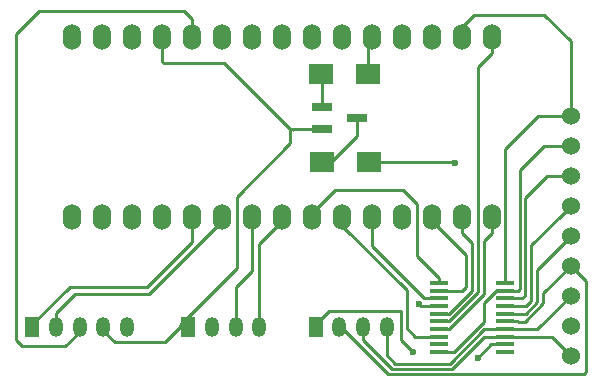
<source format=gtl>
G04 #@! TF.FileFunction,Copper,L1,Top,Signal*
%FSLAX46Y46*%
G04 Gerber Fmt 4.6, Leading zero omitted, Abs format (unit mm)*
G04 Created by KiCad (PCBNEW 0.201602201416+6573~42~ubuntu14.04.1-product) date Di 01 Mär 2016 17:47:30 CET*
%MOMM*%
G01*
G04 APERTURE LIST*
%ADD10C,0.100000*%
%ADD11R,1.198880X1.699260*%
%ADD12O,1.198880X1.699260*%
%ADD13C,1.524000*%
%ADD14O,1.524000X2.199640*%
%ADD15O,1.524000X2.197100*%
%ADD16R,1.600000X0.300000*%
%ADD17R,2.000000X1.700000*%
%ADD18R,1.800860X0.800100*%
%ADD19C,0.600000*%
%ADD20C,0.250000*%
G04 APERTURE END LIST*
D10*
D11*
X156797720Y-88320000D03*
D12*
X160800760Y-88320000D03*
X158799240Y-88320000D03*
X162799740Y-88320000D03*
D13*
X178371500Y-70421500D03*
X178371500Y-72961500D03*
X178371500Y-75501500D03*
X178371500Y-78041500D03*
X178371500Y-80581500D03*
X178371500Y-83121500D03*
X178371500Y-85661500D03*
X178371500Y-88201500D03*
X178371500Y-90741500D03*
D11*
X132796960Y-88320000D03*
D12*
X136800000Y-88320000D03*
X134798480Y-88320000D03*
X138798980Y-88320000D03*
X140800500Y-88320000D03*
D14*
X136144000Y-78994000D03*
X138684000Y-78994000D03*
X141224000Y-78994000D03*
X143764000Y-78994000D03*
X146304000Y-78994000D03*
X148844000Y-78994000D03*
X151384000Y-78994000D03*
X153924000Y-78994000D03*
X156464000Y-78994000D03*
X159004000Y-78994000D03*
X161544000Y-78994000D03*
X164084000Y-78994000D03*
X166624000Y-78994000D03*
X169164000Y-78994000D03*
X171704000Y-78994000D03*
X171704000Y-63754000D03*
X169164000Y-63754000D03*
X166624000Y-63754000D03*
X164084000Y-63754000D03*
D15*
X161544000Y-63754000D03*
X159004000Y-63754000D03*
X156464000Y-63754000D03*
X153924000Y-63754000D03*
X151384000Y-63754000D03*
X148844000Y-63754000D03*
X146304000Y-63754000D03*
X143764000Y-63754000D03*
X141224000Y-63754000D03*
X138684000Y-63754000D03*
X136144000Y-63754000D03*
D11*
X145996960Y-88320000D03*
D12*
X150000000Y-88320000D03*
X147998480Y-88320000D03*
X151998980Y-88320000D03*
D16*
X172853000Y-85228000D03*
X172853000Y-84578000D03*
X172853000Y-85878000D03*
X172853000Y-86528000D03*
X172853000Y-87178000D03*
X172853000Y-87828000D03*
X172853000Y-88478000D03*
X172853000Y-89128000D03*
X167253000Y-90428000D03*
X167253000Y-89778000D03*
X167253000Y-89128000D03*
X167253000Y-88478000D03*
X167253000Y-84578000D03*
X167253000Y-85228000D03*
X167253000Y-85878000D03*
X167253000Y-86528000D03*
X167253000Y-87178000D03*
X167253000Y-87828000D03*
X172853000Y-89778000D03*
X172853000Y-90428000D03*
D17*
X161200000Y-66920000D03*
X157200000Y-66920000D03*
X161300000Y-74320000D03*
X157300000Y-74320000D03*
D18*
X157298860Y-69670000D03*
X157298860Y-71570000D03*
X160301140Y-70620000D03*
D19*
X165564612Y-86363691D03*
X168600000Y-74420000D03*
X170500000Y-90920000D03*
X165000000Y-90420000D03*
D20*
X167253000Y-90428000D02*
X168492000Y-90428000D01*
X168492000Y-90428000D02*
X171000000Y-87920000D01*
X171000000Y-87920000D02*
X171000000Y-86280000D01*
X171000000Y-86280000D02*
X172052000Y-85228000D01*
X172052000Y-85228000D02*
X172853000Y-85228000D01*
X177293870Y-72961500D02*
X178371500Y-72961500D01*
X176085500Y-72961500D02*
X177293870Y-72961500D01*
X173903000Y-85228000D02*
X174047989Y-85083011D01*
X174047989Y-74999011D02*
X176085500Y-72961500D01*
X174047989Y-85083011D02*
X174047989Y-74999011D01*
X172853000Y-85228000D02*
X173903000Y-85228000D01*
X132796960Y-88320000D02*
X132796960Y-88069810D01*
X132796960Y-88069810D02*
X135946770Y-84920000D01*
X146304000Y-81116000D02*
X146304000Y-78994000D01*
X135946770Y-84920000D02*
X142500000Y-84920000D01*
X142500000Y-84920000D02*
X146304000Y-81116000D01*
X134798480Y-88320000D02*
X134798480Y-87121520D01*
X134798480Y-87121520D02*
X136400000Y-85520000D01*
X136400000Y-85520000D02*
X142655820Y-85520000D01*
X142655820Y-85520000D02*
X148844000Y-79331820D01*
X148844000Y-79331820D02*
X148844000Y-78994000D01*
X151998980Y-88320000D02*
X151998980Y-81421020D01*
X152000000Y-81255820D02*
X153924000Y-79331820D01*
X151998980Y-81421020D02*
X152000000Y-81420000D01*
X152000000Y-81420000D02*
X152000000Y-81255820D01*
X153924000Y-79331820D02*
X153924000Y-78994000D01*
X151384000Y-78994000D02*
X151384000Y-83536000D01*
X151384000Y-83536000D02*
X150000000Y-84920000D01*
X150000000Y-84920000D02*
X150000000Y-88320000D01*
X151384000Y-78994000D02*
X151384000Y-79374000D01*
X165400000Y-77920000D02*
X165400000Y-82325000D01*
X164200000Y-76720000D02*
X165400000Y-77920000D01*
X167253000Y-84178000D02*
X167253000Y-84578000D01*
X156464000Y-78994000D02*
X156464000Y-78656180D01*
X156464000Y-78656180D02*
X158400180Y-76720000D01*
X158400180Y-76720000D02*
X164200000Y-76720000D01*
X165400000Y-82325000D02*
X167253000Y-84178000D01*
X156464000Y-79331820D02*
X156464000Y-78994000D01*
X167253000Y-84578000D02*
X166603000Y-84578000D01*
X167253000Y-85878000D02*
X165958000Y-85878000D01*
X165958000Y-85878000D02*
X161544000Y-81464000D01*
X161544000Y-81464000D02*
X161544000Y-78994000D01*
X165728921Y-86528000D02*
X165564612Y-86363691D01*
X167253000Y-86528000D02*
X165728921Y-86528000D01*
X167253000Y-87178000D02*
X168082768Y-87178000D01*
X168082768Y-87178000D02*
X170000000Y-85260768D01*
X169164000Y-80343820D02*
X169164000Y-78994000D01*
X170000000Y-85260768D02*
X170000000Y-81179820D01*
X170000000Y-81179820D02*
X169164000Y-80343820D01*
X167253000Y-88478000D02*
X168055589Y-88478000D01*
X168055589Y-88478000D02*
X171000000Y-85533589D01*
X171000000Y-85533589D02*
X171000000Y-81047820D01*
X171000000Y-81047820D02*
X171704000Y-80343820D01*
X171704000Y-80343820D02*
X171704000Y-78994000D01*
X170510000Y-66297820D02*
X171704000Y-65103820D01*
X168069180Y-87828000D02*
X170510000Y-85387180D01*
X170510000Y-85387180D02*
X170510000Y-66297820D01*
X167253000Y-87828000D02*
X168069180Y-87828000D01*
X171704000Y-65103820D02*
X171704000Y-63754000D01*
X177293870Y-70421500D02*
X178371500Y-70421500D01*
X172853000Y-73209500D02*
X175641000Y-70421500D01*
X175641000Y-70421500D02*
X177293870Y-70421500D01*
X172853000Y-84578000D02*
X172853000Y-73209500D01*
X169164000Y-63754000D02*
X169164000Y-62928500D01*
X169164000Y-62928500D02*
X170180000Y-61912500D01*
X170180000Y-61912500D02*
X176149000Y-61912500D01*
X176149000Y-61912500D02*
X178371500Y-64135000D01*
X178371500Y-64135000D02*
X178371500Y-70421500D01*
X136800000Y-88320000D02*
X136800000Y-88720000D01*
X136800000Y-88720000D02*
X135600000Y-89920000D01*
X135600000Y-89920000D02*
X131900000Y-89920000D01*
X131900000Y-89920000D02*
X131400000Y-89420000D01*
X131400000Y-89420000D02*
X131400000Y-63520000D01*
X131400000Y-63520000D02*
X133400000Y-61520000D01*
X133400000Y-61520000D02*
X145600000Y-61520000D01*
X145600000Y-61520000D02*
X146304000Y-62224000D01*
X146304000Y-62224000D02*
X146304000Y-63754000D01*
X154650000Y-71570000D02*
X149000000Y-65920000D01*
X149000000Y-65920000D02*
X143900000Y-65920000D01*
X143900000Y-65920000D02*
X143764000Y-65784000D01*
X143764000Y-65784000D02*
X143764000Y-63754000D01*
X145297720Y-88320000D02*
X145297720Y-88122280D01*
X145297720Y-88122280D02*
X150100000Y-83320000D01*
X154650000Y-72770000D02*
X154650000Y-71570000D01*
X150100000Y-83320000D02*
X150100000Y-77320000D01*
X150100000Y-77320000D02*
X154650000Y-72770000D01*
X138798980Y-88320000D02*
X138798980Y-88618980D01*
X138798980Y-88618980D02*
X139800000Y-89620000D01*
X139800000Y-89620000D02*
X143997720Y-89620000D01*
X143997720Y-89620000D02*
X145297720Y-88320000D01*
X154650000Y-71570000D02*
X154850000Y-71570000D01*
X154850000Y-71570000D02*
X154900000Y-71620000D01*
X154900000Y-71620000D02*
X154900000Y-71570000D01*
X157298860Y-71570000D02*
X154900000Y-71570000D01*
X154900000Y-71570000D02*
X154650000Y-71570000D01*
X171064821Y-89128000D02*
X171803000Y-89128000D01*
X168322810Y-91870011D02*
X171064821Y-89128000D01*
X160800760Y-89419630D02*
X163251141Y-91870011D01*
X163251141Y-91870011D02*
X168322810Y-91870011D01*
X160800760Y-88320000D02*
X160800760Y-89419630D01*
X171803000Y-89128000D02*
X172853000Y-89128000D01*
X172853000Y-89128000D02*
X176758000Y-89128000D01*
X176758000Y-89128000D02*
X178371500Y-90741500D01*
X158799240Y-88320000D02*
X158900000Y-88320000D01*
X158900000Y-88320000D02*
X162900022Y-92320022D01*
X162900022Y-92320022D02*
X168472800Y-92320022D01*
X168472800Y-92320022D02*
X168472822Y-92320000D01*
X168472822Y-92320000D02*
X179500000Y-92320000D01*
X179500000Y-92320000D02*
X179700000Y-92120000D01*
X179700000Y-92120000D02*
X179700000Y-84450000D01*
X179700000Y-84450000D02*
X179133499Y-83883499D01*
X179133499Y-83883499D02*
X178371500Y-83121500D01*
X176050000Y-85423000D02*
X176070000Y-85423000D01*
X176070000Y-85423000D02*
X178371500Y-83121500D01*
X176060000Y-86310000D02*
X176060000Y-85433000D01*
X176060000Y-85433000D02*
X176050000Y-85423000D01*
X174520000Y-87850000D02*
X176060000Y-86310000D01*
X173925000Y-87850000D02*
X174520000Y-87850000D01*
X172853000Y-87828000D02*
X173903000Y-87828000D01*
X173903000Y-87828000D02*
X173925000Y-87850000D01*
X171803000Y-88478000D02*
X172853000Y-88478000D01*
X163500000Y-91420000D02*
X168136410Y-91420000D01*
X162799740Y-88320000D02*
X162799740Y-90719740D01*
X162799740Y-90719740D02*
X163500000Y-91420000D01*
X171078410Y-88478000D02*
X171803000Y-88478000D01*
X168136410Y-91420000D02*
X171078410Y-88478000D01*
X172853000Y-88478000D02*
X175555000Y-88478000D01*
X175555000Y-88478000D02*
X178371500Y-85661500D01*
X177609501Y-81343499D02*
X178371500Y-80581500D01*
X175500000Y-83453000D02*
X177609501Y-81343499D01*
X175500000Y-86233590D02*
X175500000Y-83453000D01*
X172853000Y-87178000D02*
X174555590Y-87178000D01*
X174555590Y-87178000D02*
X175500000Y-86233590D01*
X172853000Y-86528000D02*
X174569180Y-86528000D01*
X175006000Y-86091180D02*
X175006000Y-81407000D01*
X177609501Y-78803499D02*
X178371500Y-78041500D01*
X175006000Y-81407000D02*
X177609501Y-78803499D01*
X174569180Y-86528000D02*
X175006000Y-86091180D01*
X168600000Y-74420000D02*
X168500000Y-74320000D01*
X168500000Y-74320000D02*
X161300000Y-74320000D01*
X167253000Y-89128000D02*
X165208000Y-89128000D01*
X164500000Y-85220000D02*
X159004000Y-79724000D01*
X165208000Y-89128000D02*
X164500000Y-88420000D01*
X164500000Y-88420000D02*
X164500000Y-85220000D01*
X159004000Y-79724000D02*
X159004000Y-78994000D01*
X167253000Y-85228000D02*
X169192000Y-85228000D01*
X166624000Y-79331820D02*
X166624000Y-78994000D01*
X169192000Y-85228000D02*
X169500000Y-84920000D01*
X169500000Y-84920000D02*
X169500000Y-82207820D01*
X169500000Y-82207820D02*
X166624000Y-79331820D01*
X161200000Y-66920000D02*
X161200000Y-64098000D01*
X161200000Y-64098000D02*
X161544000Y-63754000D01*
X156797720Y-88320000D02*
X156797720Y-88069810D01*
X156797720Y-88069810D02*
X157947530Y-86920000D01*
X164000000Y-89420000D02*
X165000000Y-90420000D01*
X157947530Y-86920000D02*
X164000000Y-86920000D01*
X164000000Y-86920000D02*
X164000000Y-89420000D01*
X170500000Y-90920000D02*
X171642000Y-89778000D01*
X171642000Y-89778000D02*
X172853000Y-89778000D01*
X156797720Y-88320000D02*
X156797720Y-87722280D01*
X157298860Y-69670000D02*
X157298860Y-67018860D01*
X157298860Y-67018860D02*
X157200000Y-66920000D01*
X157300000Y-74320000D02*
X158100000Y-74320000D01*
X158100000Y-74320000D02*
X160301140Y-72118860D01*
X160301140Y-72118860D02*
X160301140Y-70620000D01*
X176403000Y-75501500D02*
X178371500Y-75501500D01*
X174498000Y-85661500D02*
X174498000Y-77406500D01*
X172853000Y-85878000D02*
X174281500Y-85878000D01*
X174281500Y-85878000D02*
X174498000Y-85661500D01*
X174498000Y-77406500D02*
X176403000Y-75501500D01*
M02*

</source>
